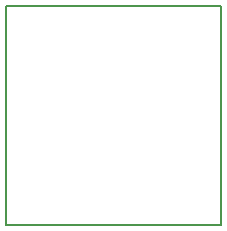
<source format=gbr>
G04 EasyPC Gerber Version 20.0.2 Build 4112 *
G04 #@! TF.Part,Single*
%FSLAX24Y24*%
%MOIN*%
%ADD10C,0.00500*%
X0Y0D02*
D02*
D10*
X7185Y7391D02*
X25D01*
Y101*
X7185*
Y7391*
X0Y0D02*
M02*

</source>
